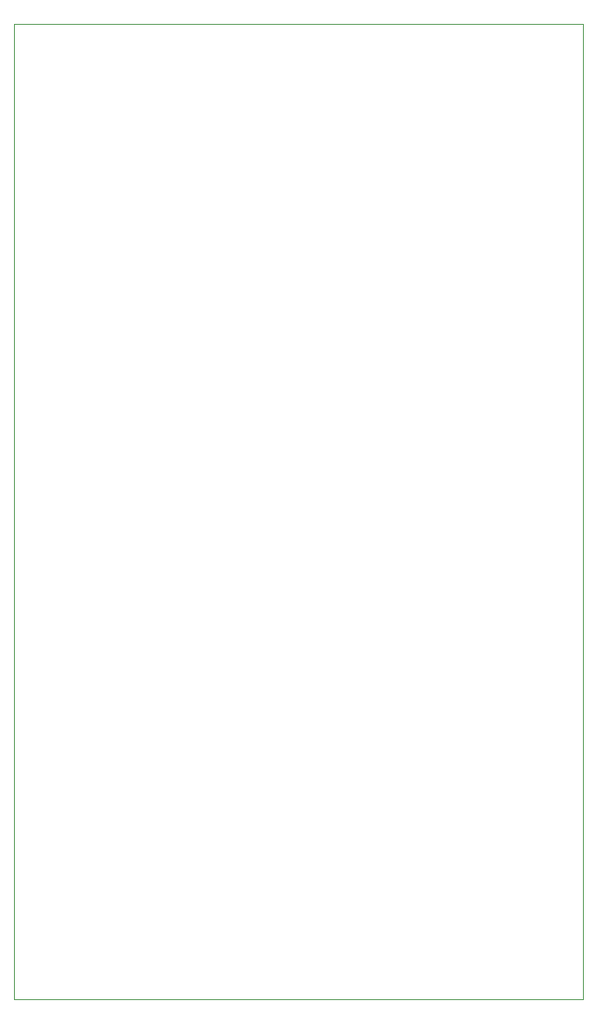
<source format=gbp>
G75*
%MOIN*%
%OFA0B0*%
%FSLAX25Y25*%
%IPPOS*%
%LPD*%
%AMOC8*
5,1,8,0,0,1.08239X$1,22.5*
%
%ADD10C,0.00000*%
D10*
X0002550Y0001000D02*
X0002550Y0394701D01*
X0232471Y0394701D01*
X0232471Y0001000D01*
X0002550Y0001000D01*
M02*

</source>
